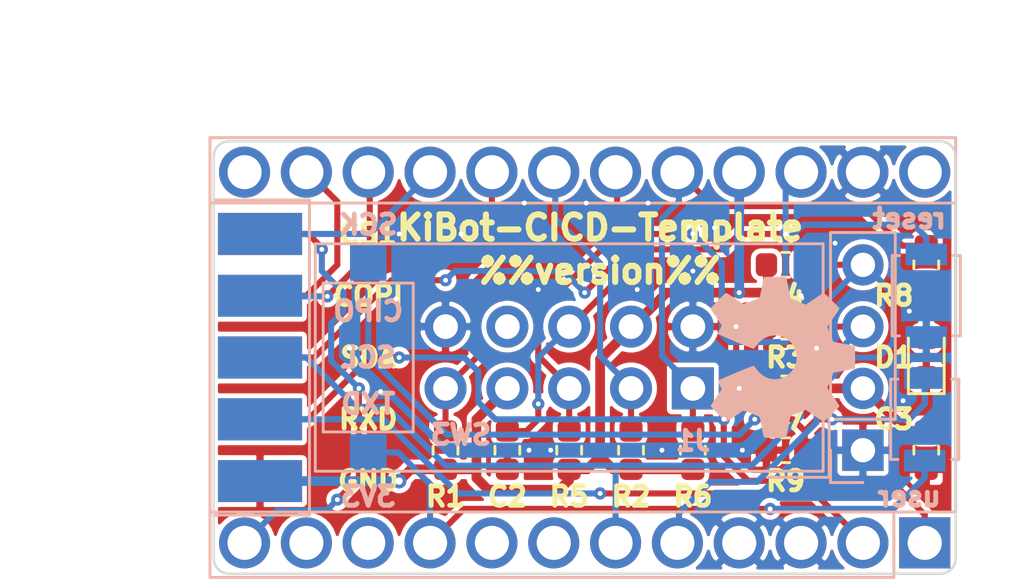
<source format=kicad_pcb>
(kicad_pcb (version 20171130) (host pcbnew 5.1.12-84ad8e8a86~92~ubuntu20.04.1)
  (title_block (title KiBot-CICD-Template) (date %%date%%) (rev %%version%%) (company nerdyscout))
  (layers (0 F.Cu mixed) (1 In1.Cu signal) (2 In2.Cu signal) (31 B.Cu mixed) (34 B.Paste user) (35 F.Paste user) (36 B.SilkS user) (37 F.SilkS user) (38 B.Mask user) (39 F.Mask user) (44 Edge.Cuts user))
  (net 0 "")
  (net 1 GND)
  (net 2 +3V3)
  (net 3 "Net-(D1-Pad2)")
  (net 4 RXD)
  (net 5 TXD)
  (net 6 COPI)
  (net 7 SDA)
  (net 8 CIPO)
  (net 9 SCL)
  (net 10 SCK)
  (net 11 TDI)
  (net 12 TDO)
  (net 13 BTN)
  (net 14 TMS)
  (net 15 TCK)
  (net 16 CS1)
  (net 17 ~RST)
  (net 18 "Net-(R9-Pad2)")
  (net 19 "Net-(A1-Pad13)")
  (net 20 "Net-(A1-Pad7)")
  (net 21 "Net-(A1-Pad8)")
  (net 22 "Net-(A1-Pad10)")
  (net 23 "Net-(A1-Pad11)")
  (net 24 +5V)
  (net 25 "Net-(J1-Pad8)")
  (module Button_Switch_SMD:SW_SPST_CK_RS282G05A3 (layer B.Cu) (at 114.3 96.52 270)
    (fp_text reference SW3 (at 3.175 -3.81 unlocked) (layer B.SilkS) (effects (font (size 0.8 0.8) (thickness 0.2)) (justify mirror)))
    (fp_text value user)
    (fp_line (start -3.06 -1.85) (end -3.06 1.85) (layer B.SilkS) (width 0.12))
    (fp_line (start 3.06 -1.85) (end -3.06 -1.85) (layer B.SilkS) (width 0.12))
    (fp_line (start 3.06 1.85) (end 3.06 -1.85) (layer B.SilkS) (width 0.12))
    (fp_line (start -3.06 1.85) (end 3.06 1.85) (layer B.SilkS) (width 0.12))
    (pad 2 smd rect (at 3.9 0 270) (size 1.5 1.5) (layers B.Cu B.Paste B.Mask) (net 13 BTN))
    (pad 1 smd rect (at -3.9 0 270) (size 1.5 1.5) (layers B.Cu B.Paste B.Mask) (net 18 "Net-(R9-Pad2)"))
  )
  (module Connector_IDC:IDC-Header_2x05_P2.54mm_Vertical (layer B.Cu) (at 127.635 97.79 90)
    (fp_text reference J1 (at -2.159 0 unlocked) (layer B.SilkS) (effects (font (size 0.8 0.8) (thickness 0.2)) (justify mirror)))
    (fp_text value AVR-JTAG-10)
    (fp_line (start -3.655 5.6) (end -1.115 5.6) (layer B.SilkS) (width 0.12))
    (fp_line (start -3.655 5.6) (end -3.655 3.06) (layer B.SilkS) (width 0.12))
    (fp_line (start -3.405 5.35) (end 5.945 5.35) (layer B.SilkS) (width 0.12))
    (fp_line (start -3.405 -15.51) (end -3.405 5.35) (layer B.SilkS) (width 0.12))
    (fp_line (start 5.945 -15.51) (end -3.405 -15.51) (layer B.SilkS) (width 0.12))
    (fp_line (start 5.945 5.35) (end 5.945 -15.51) (layer B.SilkS) (width 0.12))
    (pad 10 thru_hole oval (at 2.54 -10.16 90) (size 1.7272 1.7272) (drill 1.016) (layers *.Cu *.Mask) (net 1 GND))
    (pad 9 thru_hole oval (at 0 -10.16 90) (size 1.7272 1.7272) (drill 1.016) (layers *.Cu *.Mask) (net 11 TDI))
    (pad 8 thru_hole oval (at 2.54 -7.62 90) (size 1.7272 1.7272) (drill 1.016) (layers *.Cu *.Mask) (net 25 "Net-(J1-Pad8)"))
    (pad 7 thru_hole oval (at 0 -7.62 90) (size 1.7272 1.7272) (drill 1.016) (layers *.Cu *.Mask) (net 2 +3V3))
    (pad 6 thru_hole oval (at 2.54 -5.08 90) (size 1.7272 1.7272) (drill 1.016) (layers *.Cu *.Mask) (net 17 ~RST))
    (pad 5 thru_hole oval (at 0 -5.08 90) (size 1.7272 1.7272) (drill 1.016) (layers *.Cu *.Mask) (net 14 TMS))
    (pad 4 thru_hole oval (at 2.54 -2.54 90) (size 1.7272 1.7272) (drill 1.016) (layers *.Cu *.Mask) (net 2 +3V3))
    (pad 3 thru_hole oval (at 0 -2.54 90) (size 1.7272 1.7272) (drill 1.016) (layers *.Cu *.Mask) (net 12 TDO))
    (pad 2 thru_hole oval (at 2.54 0 90) (size 1.7272 1.7272) (drill 1.016) (layers *.Cu *.Mask) (net 1 GND))
    (pad 1 thru_hole rect (at 0 0 90) (size 1.7272 1.7272) (drill 1.016) (layers *.Cu *.Mask) (net 15 TCK))
  )
  (module Resistor_SMD:R_0603_1608Metric (layer F.Cu) (at 131.445 92.71 180)
    (fp_text reference R4 (at 0 -1.27 unlocked) (layer F.SilkS) (effects (font (size 0.8 0.8) (thickness 0.2))))
    (fp_text value 4k7 hide)
    (fp_line (start -0.162779 0.51) (end 0.162779 0.51) (layer F.SilkS) (width 0.12))
    (fp_line (start -0.162779 -0.51) (end 0.162779 -0.51) (layer F.SilkS) (width 0.12))
    (pad 2 smd roundrect (at 0.7875 0 180) (size 0.875 0.95) (layers F.Cu F.Paste F.Mask) (net 2 +3V3))
    (pad 1 smd roundrect (at -0.7875 0 180) (size 0.875 0.95) (layers F.Cu F.Paste F.Mask) (net 7 SDA))
  )
  (module Symbol:OSHW-Symbol_6.7x6mm_SilkScreen (layer B.Cu) (at 131.318 96.52 90)
    (fp_text reference LOGO1 hide)
    (fp_text value Logo_Open_Hardware_Small hide)
    (fp_poly (pts (xy 0.555814 2.531069) (xy 0.639635 2.086445) (xy 0.94892 1.958947) (xy 1.258206 1.831449) (xy 1.629246 2.083754) (xy 1.733157 2.154004) (xy 1.827087 2.216728) (xy 1.906652 2.269062) (xy 1.96747 2.308143) (xy 2.005157 2.331107) (xy 2.015421 2.336058) (xy 2.03391 2.323324) (xy 2.07342 2.288118) (xy 2.129522 2.234938) (xy 2.197787 2.168282) (xy 2.273786 2.092646) (xy 2.353092 2.012528) (xy 2.431275 1.932426) (xy 2.503907 1.856836) (xy 2.566559 1.790255) (xy 2.614803 1.737182) (xy 2.64421 1.702113) (xy 2.651241 1.690377) (xy 2.641123 1.66874) (xy 2.612759 1.621338) (xy 2.569129 1.552807) (xy 2.513218 1.467785) (xy 2.448006 1.370907) (xy 2.410219 1.31565) (xy 2.341343 1.214752) (xy 2.28014 1.123701) (xy 2.229578 1.04703) (xy 2.192628 0.989272) (xy 2.172258 0.954957) (xy 2.169197 0.947746) (xy 2.176136 0.927252) (xy 2.195051 0.879487) (xy 2.223087 0.811168) (xy 2.257391 0.729011) (xy 2.295109 0.63973) (xy 2.333387 0.550042) (xy 2.36937 0.466662) (xy 2.400206 0.396306) (xy 2.423039 0.34569) (xy 2.435017 0.321529) (xy 2.435724 0.320578) (xy 2.454531 0.315964) (xy 2.504618 0.305672) (xy 2.580793 0.290713) (xy 2.677865 0.272099) (xy 2.790643 0.250841) (xy 2.856442 0.238582) (xy 2.97695 0.215638) (xy 3.085797 0.193805) (xy 3.177476 0.174278) (xy 3.246481 0.158252) (xy 3.287304 0.146921) (xy 3.295511 0.143326) (xy 3.303548 0.118994) (xy 3.310033 0.064041) (xy 3.31497 -0.015108) (xy 3.318364 -0.112026) (xy 3.320218 -0.220287) (xy 3.320538 -0.333465) (xy 3.319327 -0.445135) (xy 3.31659 -0.548868) (xy 3.312331 -0.638241) (xy 3.306555 -0.706826) (xy 3.299267 -0.748197) (xy 3.294895 -0.75681) (xy 3.268764 -0.767133) (xy 3.213393 -0.781892) (xy 3.136107 -0.799352) (xy 3.04423 -0.81778) (xy 3.012158 -0.823741) (xy 2.857524 -0.852066) (xy 2.735375 -0.874876) (xy 2.641673 -0.89308) (xy 2.572384 -0.907583) (xy 2.523471 -0.919292) (xy 2.490897 -0.929115) (xy 2.470628 -0.937956) (xy 2.458626 -0.946724) (xy 2.456947 -0.948457) (xy 2.440184 -0.976371) (xy 2.414614 -1.030695) (xy 2.382788 -1.104777) (xy 2.34726 -1.191965) (xy 2.310583 -1.285608) (xy 2.275311 -1.379052) (xy 2.243996 -1.465647) (xy 2.219193 -1.53874) (xy 2.203454 -1.591678) (xy 2.199332 -1.617811) (xy 2.199676 -1.618726) (xy 2.213641 -1.640086) (xy 2.245322 -1.687084) (xy 2.291391 -1.754827) (xy 2.348518 -1.838423) (xy 2.413373 -1.932982) (xy 2.431843 -1.959854) (xy 2.497699 -2.057275) (xy 2.55565 -2.146163) (xy 2.602538 -2.221412) (xy 2.635207 -2.27792) (xy 2.6505 -2.310581) (xy 2.651241 -2.314593) (xy 2.638392 -2.335684) (xy 2.602888 -2.377464) (xy 2.549293 -2.435445) (xy 2.482171 -2.505135) (xy 2.406087 -2.582045) (xy 2.325604 -2.661683) (xy 2.245287 -2.739561) (xy 2.169699 -2.811186) (xy 2.103405 -2.87207) (xy 2.050969 -2.917721) (xy 2.016955 -2.94365) (xy 2.007545 -2.947883) (xy 1.985643 -2.937912) (xy 1.9408 -2.91102) (xy 1.880321 -2.871736) (xy 1.833789 -2.840117) (xy 1.749475 -2.782098) (xy 1.649626 -2.713784) (xy 1.549473 -2.645579) (xy 1.495627 -2.609075) (xy 1.313371 -2.4858) (xy 1.160381 -2.56852) (xy 1.090682 -2.604759) (xy 1.031414 -2.632926) (xy 0.991311 -2.648991) (xy 0.981103 -2.651226) (xy 0.968829 -2.634722) (xy 0.944613 -2.588082) (xy 0.910263 -2.515609) (xy 0.867588 -2.421606) (xy 0.818394 -2.310374) (xy 0.76449 -2.186215) (xy 0.707684 -2.053432) (xy 0.649782 -1.916327) (xy 0.592593 -1.779202) (xy 0.537924 -1.646358) (xy 0.487584 -1.522098) (xy 0.44338 -1.410725) (xy 0.407119 -1.316539) (xy 0.380609 -1.243844) (xy 0.365658 -1.196941) (xy 0.363254 -1.180833) (xy 0.382311 -1.160286) (xy 0.424036 -1.126933) (xy 0.479706 -1.087702) (xy 0.484378 -1.084599) (xy 0.628264 -0.969423) (xy 0.744283 -0.835053) (xy 0.83143 -0.685784) (xy 0.888699 -0.525913) (xy 0.915086 -0.359737) (xy 0.909585 -0.191552) (xy 0.87119 -0.025655) (xy 0.798895 0.133658) (xy 0.777626 0.168513) (xy 0.666996 0.309263) (xy 0.536302 0.422286) (xy 0.390064 0.506997) (xy 0.232808 0.562806) (xy 0.069057 0.589126) (xy -0.096667 0.58537) (xy -0.259838 0.55095) (xy -0.415935 0.485277) (xy -0.560433 0.387765) (xy -0.605131 0.348187) (xy -0.718888 0.224297) (xy -0.801782 0.093876) (xy -0.858644 -0.052315) (xy -0.890313 -0.197088) (xy -0.898131 -0.35986) (xy -0.872062 -0.52344) (xy -0.814755 -0.682298) (xy -0.728856 -0.830906) (xy -0.617014 -0.963735) (xy -0.481877 -1.075256) (xy -0.464117 -1.087011) (xy -0.40785 -1.125508) (xy -0.365077 -1.158863) (xy -0.344628 -1.18016) (xy -0.344331 -1.180833) (xy -0.348721 -1.203871) (xy -0.366124 -1.256157) (xy -0.394732 -1.33339) (xy -0.432735 -1.431268) (xy -0.478326 -1.545491) (xy -0.529697 -1.671758) (xy -0.585038 -1.805767) (xy -0.642542 -1.943218) (xy -0.700399 -2.079808) (xy -0.756802 -2.211237) (xy -0.809942 -2.333205) (xy -0.85801 -2.441409) (xy -0.899199 -2.531549) (xy -0.931699 -2.599323) (xy -0.953703 -2.64043) (xy -0.962564 -2.651226) (xy -0.98964 -2.642819) (xy -1.040303 -2.620272) (xy -1.105817 -2.587613) (xy -1.141841 -2.56852) (xy -1.294832 -2.4858) (xy -1.477088 -2.609075) (xy -1.570125 -2.672228) (xy -1.671985 -2.741727) (xy -1.767438 -2.807165) (xy -1.81525 -2.840117) (xy -1.882495 -2.885273) (xy -1.939436 -2.921057) (xy -1.978646 -2.942938) (xy -1.991381 -2.947563) (xy -2.009917 -2.935085) (xy -2.050941 -2.900252) (xy -2.110475 -2.846678) (xy -2.184542 -2.777983) (xy -2.269165 -2.697781) (xy -2.322685 -2.646286) (xy -2.416319 -2.554286) (xy -2.497241 -2.471999) (xy -2.562177 -2.402945) (xy -2.607858 -2.350644) (xy -2.631011 -2.318616) (xy -2.633232 -2.312116) (xy -2.622924 -2.287394) (xy -2.594439 -2.237405) (xy -2.550937 -2.167212) (xy -2.495577 -2.081875) (xy -2.43152 -1.986456) (xy -2.413303 -1.959854) (xy -2.346927 -1.863167) (xy -2.287378 -1.776117) (xy -2.237984 -1.703595) (xy -2.202075 -1.650493) (xy -2.182981 -1.621703) (xy -2.181136 -1.618726) (xy -2.183895 -1.595782) (xy -2.198538 -1.545336) (xy -2.222513 -1.474041) (xy -2.253266 -1.388547) (xy -2.288244 -1.295507) (xy -2.324893 -1.201574) (xy -2.360661 -1.113399) (xy -2.392994 -1.037634) (xy -2.419338 -0.980931) (xy -2.437142 -0.949943) (xy -2.438407 -0.948457) (xy -2.449294 -0.939601) (xy -2.467682 -0.930843) (xy -2.497606 -0.921277) (xy -2.543103 -0.909996) (xy -2.608209 -0.896093) (xy -2.696961 -0.878663) (xy -2.813393 -0.856798) (xy -2.961542 -0.829591) (xy -2.993618 -0.823741) (xy -3.088686 -0.805374) (xy -3.171565 -0.787405) (xy -3.23493 -0.771569) (xy -3.271458 -0.7596) (xy -3.276356 -0.75681) (xy -3.284427 -0.732072) (xy -3.290987 -0.67679) (xy -3.296033 -0.597389) (xy -3.299559 -0.500296) (xy -3.301561 -0.391938) (xy -3.302036 -0.27874) (xy -3.300977 -0.167128) (xy -3.298382 -0.063529) (xy -3.294246 0.025632) (xy -3.288563 0.093928) (xy -3.281331 0.134934) (xy -3.276971 0.143326) (xy -3.252698 0.151792) (xy -3.197426 0.165565) (xy -3.116662 0.18345) (xy -3.015912 0.204252) (xy -2.900683 0.226777) (xy -2.837902 0.238582) (xy -2.718787 0.260849) (xy -2.612565 0.281021) (xy -2.524427 0.298085) (xy -2.459566 0.311031) (xy -2.423174 0.318845) (xy -2.417184 0.320578) (xy -2.407061 0.34011) (xy -2.385662 0.387157) (xy -2.355839 0.454997) (xy -2.320445 0.536909) (xy -2.282332 0.626172) (xy -2.244353 0.716065) (xy -2.20936 0.799865) (xy -2.180206 0.870853) (xy -2.159743 0.922306) (xy -2.150823 0.947503) (xy -2.150657 0.948604) (xy -2.160769 0.968481) (xy -2.189117 1.014223) (xy -2.232723 1.081283) (xy -2.288606 1.165116) (xy -2.353787 1.261174) (xy -2.391679 1.31635) (xy -2.460725 1.417519) (xy -2.52205 1.50937) (xy -2.572663 1.587256) (xy -2.609571 1.646531) (xy -2.629782 1.682549) (xy -2.632701 1.690623) (xy -2.620153 1.709416) (xy -2.585463 1.749543) (xy -2.533063 1.806507) (xy -2.467384 1.875815) (xy -2.392856 1.952969) (xy -2.313913 2.033475) (xy -2.234983 2.112837) (xy -2.1605 2.18656) (xy -2.094894 2.250148) (xy -2.042596 2.299106) (xy -2.008039 2.328939) (xy -1.996478 2.336058) (xy -1.977654 2.326047) (xy -1.932631 2.297922) (xy -1.865787 2.254546) (xy -1.781499 2.198782) (xy -1.684144 2.133494) (xy -1.610707 2.083754) (xy -1.239667 1.831449) (xy -0.621095 2.086445) (xy -0.537275 2.531069) (xy -0.453454 2.975693) (xy 0.471994 2.975693) (xy 0.555814 2.531069)) (layer B.SilkS) (width 0.01))
  )
  (module Module:Sparkfun_Pro_Micro (layer B.Cu) (at 137.16 104.14 90)
    (fp_text reference A1 hide)
    (fp_text value Sparkfun_Pro_Micro)
    (fp_line (start 16.66 1.27) (end 1.27 1.27) (layer B.SilkS) (width 0.12))
    (fp_line (start 16.66 -29.36) (end 16.66 1.27) (layer B.SilkS) (width 0.12))
    (fp_line (start -1.42 -29.36) (end 16.66 -29.36) (layer B.SilkS) (width 0.12))
    (fp_line (start 1.27 1.27) (end 1.27 -29.36) (layer B.SilkS) (width 0.12))
    (fp_line (start 1.27 -1.27) (end -1.42 -1.27) (layer B.SilkS) (width 0.12))
    (fp_line (start 13.97 1.27) (end 13.97 -29.36) (layer B.SilkS) (width 0.12))
    (fp_line (start -1.42 -1.27) (end -1.42 -29.36) (layer B.SilkS) (width 0.12))
    (pad 1 thru_hole rect (at 0 0 90) (size 2.1 2.1) (drill 1.4) (layers *.Cu *.Mask) (net 4 RXD))
    (pad 2 thru_hole circle (at 0 -2.54 90) (size 2.1 2.1) (drill 1.4) (layers *.Cu *.Mask) (net 5 TXD))
    (pad 3 thru_hole circle (at 0 -5.08 90) (size 2.1 2.1) (drill 1.4) (layers *.Cu *.Mask) (net 1 GND))
    (pad 13 thru_hole circle (at 15.24 -27.94 90) (size 2.1 2.1) (drill 1.4) (layers *.Cu *.Mask) (net 19 "Net-(A1-Pad13)"))
    (pad 4 thru_hole circle (at 0 -7.62 90) (size 2.1 2.1) (drill 1.4) (layers *.Cu *.Mask) (net 1 GND))
    (pad 14 thru_hole circle (at 15.24 -25.4 90) (size 2.1 2.1) (drill 1.4) (layers *.Cu *.Mask) (net 6 COPI))
    (pad 5 thru_hole circle (at 0 -10.16 90) (size 2.1 2.1) (drill 1.4) (layers *.Cu *.Mask) (net 7 SDA))
    (pad 15 thru_hole circle (at 15.24 -22.86 90) (size 2.1 2.1) (drill 1.4) (layers *.Cu *.Mask) (net 8 CIPO))
    (pad 6 thru_hole circle (at 0 -12.7 90) (size 2.1 2.1) (drill 1.4) (layers *.Cu *.Mask) (net 9 SCL))
    (pad 16 thru_hole circle (at 15.24 -20.32 90) (size 2.1 2.1) (drill 1.4) (layers *.Cu *.Mask) (net 10 SCK))
    (pad 7 thru_hole circle (at 0 -15.24 90) (size 2.1 2.1) (drill 1.4) (layers *.Cu *.Mask) (net 20 "Net-(A1-Pad7)"))
    (pad 17 thru_hole circle (at 15.24 -17.78 90) (size 2.1 2.1) (drill 1.4) (layers *.Cu *.Mask) (net 11 TDI))
    (pad 8 thru_hole circle (at 0 -17.78 90) (size 2.1 2.1) (drill 1.4) (layers *.Cu *.Mask) (net 21 "Net-(A1-Pad8)"))
    (pad 18 thru_hole circle (at 15.24 -15.24 90) (size 2.1 2.1) (drill 1.4) (layers *.Cu *.Mask) (net 12 TDO))
    (pad 9 thru_hole circle (at 0 -20.32 90) (size 2.1 2.1) (drill 1.4) (layers *.Cu *.Mask) (net 13 BTN))
    (pad 19 thru_hole circle (at 15.24 -12.7 90) (size 2.1 2.1) (drill 1.4) (layers *.Cu *.Mask) (net 14 TMS))
    (pad 10 thru_hole circle (at 0 -22.86 90) (size 2.1 2.1) (drill 1.4) (layers *.Cu *.Mask) (net 22 "Net-(A1-Pad10)"))
    (pad 20 thru_hole circle (at 15.24 -10.16 90) (size 2.1 2.1) (drill 1.4) (layers *.Cu *.Mask) (net 15 TCK))
    (pad 11 thru_hole circle (at 0 -25.4 90) (size 2.1 2.1) (drill 1.4) (layers *.Cu *.Mask) (net 23 "Net-(A1-Pad11)"))
    (pad 21 thru_hole circle (at 15.24 -7.62 90) (size 2.1 2.1) (drill 1.4) (layers *.Cu *.Mask) (net 2 +3V3))
    (pad 12 thru_hole circle (at 0 -27.94 90) (size 2.1 2.1) (drill 1.4) (layers *.Cu *.Mask) (net 16 CS1))
    (pad 22 thru_hole circle (at 15.24 -5.08 90) (size 2.1 2.1) (drill 1.4) (layers *.Cu *.Mask) (net 17 ~RST))
    (pad 23 thru_hole circle (at 15.24 -2.54 90) (size 2.1 2.1) (drill 1.4) (layers *.Cu *.Mask) (net 1 GND))
    (pad 24 thru_hole circle (at 15.24 0 90) (size 2.1 2.1) (drill 1.4) (layers *.Cu *.Mask) (net 24 +5V))
  )
  (module Button_Switch_SMD:SW_SPST_B3U-1000P (layer B.Cu) (at 137.16 99.06 270)
    (fp_text reference SW2 hide)
    (fp_text value user (at 3.175 0.635 unlocked) (layer B.SilkS) (effects (font (size 0.8 0.8) (thickness 0.2)) (justify mirror)))
    (fp_line (start 1.65 1.4) (end 1.65 1.1) (layer B.SilkS) (width 0.12))
    (fp_line (start -1.65 1.4) (end 1.65 1.4) (layer B.SilkS) (width 0.12))
    (fp_line (start -1.65 1.1) (end -1.65 1.4) (layer B.SilkS) (width 0.12))
    (fp_line (start 1.65 -1.4) (end 1.65 -1.1) (layer B.SilkS) (width 0.12))
    (fp_line (start -1.65 -1.4) (end 1.65 -1.4) (layer B.SilkS) (width 0.12))
    (fp_line (start -1.65 -1.1) (end -1.65 -1.4) (layer B.SilkS) (width 0.12))
    (pad 2 smd rect (at 1.7 0 270) (size 0.9 1.7) (layers B.Cu B.Paste B.Mask) (net 13 BTN))
    (pad 1 smd rect (at -1.7 0 270) (size 0.9 1.7) (layers B.Cu B.Paste B.Mask) (net 18 "Net-(R9-Pad2)"))
  )
  (module Resistor_SMD:R_0603_1608Metric (layer F.Cu) (at 131.445 100.33)
    (fp_text reference R9 (at 0 1.27 unlocked) (layer F.SilkS) (effects (font (size 0.8 0.8) (thickness 0.2))))
    (fp_text value 4k7 hide)
    (fp_line (start -0.162779 0.51) (end 0.162779 0.51) (layer F.SilkS) (width 0.12))
    (fp_line (start -0.162779 -0.51) (end 0.162779 -0.51) (layer F.SilkS) (width 0.12))
    (pad 2 smd roundrect (at 0.7875 0) (size 0.875 0.95) (layers F.Cu F.Paste F.Mask) (net 18 "Net-(R9-Pad2)"))
    (pad 1 smd roundrect (at -0.7875 0) (size 0.875 0.95) (layers F.Cu F.Paste F.Mask) (net 1 GND))
  )
  (module Connector_PCBEdge:UEXT (layer B.Cu) (at 109.855 96.52)
    (fp_text reference J2 hide)
    (fp_text value UEXT_Host hide)
    (fp_line (start 2.032 6.477) (end 2.032 -6.477) (layer B.SilkS) (width 0.12))
    (fp_line (start 2.032 -6.477) (end -1.905 -6.477) (layer B.SilkS) (width 0.12))
    (fp_line (start -1.905 6.48) (end 2.032 6.48) (layer B.SilkS) (width 0.12))
    (pad 7 smd rect (at 0 -2.54) (size 3.4544 1.7272) (layers B.Cu B.Mask) (net 8 CIPO))
    (pad 8 smd rect (at 0 -2.54) (size 3.4544 1.7272) (layers F.Cu F.Mask) (net 6 COPI))
    (pad 9 smd rect (at 0 -5.08) (size 3.4544 1.7272) (layers B.Cu B.Mask) (net 10 SCK))
    (pad 10 smd rect (at 0 -5.08) (size 3.4544 1.7272) (layers F.Cu F.Mask) (net 16 CS1))
    (pad 6 smd rect (at 0 0) (size 3.4544 1.7272) (layers F.Cu F.Mask) (net 7 SDA))
    (pad 5 smd rect (at 0 0) (size 3.4544 1.7272) (layers B.Cu B.Mask) (net 9 SCL))
    (pad 4 smd rect (at 0 2.54) (size 3.4544 1.7272) (layers F.Cu F.Mask) (net 4 RXD))
    (pad 3 smd rect (at 0 2.54) (size 3.4544 1.7272) (layers B.Cu B.Mask) (net 5 TXD))
    (pad 2 smd rect (at 0 5.08) (size 3.4544 1.7272) (layers F.Cu F.Mask) (net 1 GND))
    (pad 1 smd rect (at 0 5.08) (size 3.4544 1.7272) (layers B.Cu B.Mask) (net 2 +3V3))
  )
  (module Resistor_SMD:R_0603_1608Metric (layer F.Cu) (at 137.223452 92.71 90)
    (fp_text reference R8 (at -1.27 -1.333452 unlocked) (layer F.SilkS) (effects (font (size 0.8 0.8) (thickness 0.2))))
    (fp_text value 1k hide)
    (fp_line (start -0.162779 -0.51) (end 0.162779 -0.51) (layer F.SilkS) (width 0.12))
    (fp_line (start -0.162779 0.51) (end 0.162779 0.51) (layer F.SilkS) (width 0.12))
    (pad 2 smd roundrect (at 0.7875 0 90) (size 0.875 0.95) (layers F.Cu F.Paste F.Mask) (net 15 TCK))
    (pad 1 smd roundrect (at -0.7875 0 90) (size 0.875 0.95) (layers F.Cu F.Paste F.Mask) (net 3 "Net-(D1-Pad2)"))
  )
  (module Resistor_SMD:R_0603_1608Metric (layer F.Cu) (at 131.445 97.79)
    (fp_text reference R7 (at 0 1.27 unlocked) (layer F.SilkS) (effects (font (size 0.8 0.8) (thickness 0.2))))
    (fp_text value 4k7 hide)
    (fp_line (start -0.162779 -0.51) (end 0.162779 -0.51) (layer F.SilkS) (width 0.12))
    (fp_line (start -0.162779 0.51) (end 0.162779 0.51) (layer F.SilkS) (width 0.12))
    (pad 2 smd roundrect (at 0.7875 0) (size 0.875 0.95) (layers F.Cu F.Paste F.Mask) (net 2 +3V3))
    (pad 1 smd roundrect (at -0.7875 0) (size 0.875 0.95) (layers F.Cu F.Paste F.Mask) (net 17 ~RST))
  )
  (module Resistor_SMD:R_0603_1608Metric (layer F.Cu) (at 127.635 100.33 270)
    (fp_text reference R6 (at 1.905 0 unlocked) (layer F.SilkS) (effects (font (size 0.8 0.8) (thickness 0.2))))
    (fp_text value 4k7 hide)
    (fp_line (start -0.162779 -0.51) (end 0.162779 -0.51) (layer F.SilkS) (width 0.12))
    (fp_line (start -0.162779 0.51) (end 0.162779 0.51) (layer F.SilkS) (width 0.12))
    (pad 2 smd roundrect (at 0.7875 0 270) (size 0.875 0.95) (layers F.Cu F.Paste F.Mask) (net 2 +3V3))
    (pad 1 smd roundrect (at -0.7875 0 270) (size 0.875 0.95) (layers F.Cu F.Paste F.Mask) (net 15 TCK))
  )
  (module Resistor_SMD:R_0603_1608Metric (layer F.Cu) (at 122.555 100.33 270)
    (fp_text reference R5 (at 1.905 0 unlocked) (layer F.SilkS) (effects (font (size 0.8 0.8) (thickness 0.2))))
    (fp_text value 4k7 hide)
    (fp_line (start -0.162779 -0.51) (end 0.162779 -0.51) (layer F.SilkS) (width 0.12))
    (fp_line (start -0.162779 0.51) (end 0.162779 0.51) (layer F.SilkS) (width 0.12))
    (pad 2 smd roundrect (at 0.7875 0 270) (size 0.875 0.95) (layers F.Cu F.Paste F.Mask) (net 2 +3V3))
    (pad 1 smd roundrect (at -0.7875 0 270) (size 0.875 0.95) (layers F.Cu F.Paste F.Mask) (net 14 TMS))
  )
  (module Resistor_SMD:R_0603_1608Metric (layer F.Cu) (at 131.445 95.25 180)
    (fp_text reference R3 (at 0 -1.27 unlocked) (layer F.SilkS) (effects (font (size 0.8 0.8) (thickness 0.2))))
    (fp_text value 4k7 hide)
    (fp_line (start -0.162779 -0.51) (end 0.162779 -0.51) (layer F.SilkS) (width 0.12))
    (fp_line (start -0.162779 0.51) (end 0.162779 0.51) (layer F.SilkS) (width 0.12))
    (pad 2 smd roundrect (at 0.7875 0 180) (size 0.875 0.95) (layers F.Cu F.Paste F.Mask) (net 2 +3V3))
    (pad 1 smd roundrect (at -0.7875 0 180) (size 0.875 0.95) (layers F.Cu F.Paste F.Mask) (net 9 SCL))
  )
  (module Resistor_SMD:R_0603_1608Metric (layer F.Cu) (at 125.095 100.33 270)
    (fp_text reference R2 (at 1.905 0 unlocked) (layer F.SilkS) (effects (font (size 0.8 0.8) (thickness 0.2))))
    (fp_text value 4k7 hide)
    (fp_line (start -0.162779 -0.51) (end 0.162779 -0.51) (layer F.SilkS) (width 0.12))
    (fp_line (start -0.162779 0.51) (end 0.162779 0.51) (layer F.SilkS) (width 0.12))
    (pad 2 smd roundrect (at 0.7875 0 270) (size 0.875 0.95) (layers F.Cu F.Paste F.Mask) (net 2 +3V3))
    (pad 1 smd roundrect (at -0.7875 0 270) (size 0.875 0.95) (layers F.Cu F.Paste F.Mask) (net 12 TDO))
  )
  (module Resistor_SMD:R_0603_1608Metric (layer F.Cu) (at 117.475 100.33 270)
    (fp_text reference R1 (at 1.905 0 unlocked) (layer F.SilkS) (effects (font (size 0.8 0.8) (thickness 0.2))))
    (fp_text value 4k7 hide)
    (fp_line (start -0.162779 -0.51) (end 0.162779 -0.51) (layer F.SilkS) (width 0.12))
    (fp_line (start -0.162779 0.51) (end 0.162779 0.51) (layer F.SilkS) (width 0.12))
    (pad 2 smd roundrect (at 0.7875 0 270) (size 0.875 0.95) (layers F.Cu F.Paste F.Mask) (net 2 +3V3))
    (pad 1 smd roundrect (at -0.7875 0 270) (size 0.875 0.95) (layers F.Cu F.Paste F.Mask) (net 11 TDI))
  )
  (module Capacitor_SMD:C_0603_1608Metric (layer F.Cu) (at 137.223452 100.33 270)
    (fp_text reference C3 (at -1.27 1.333452 unlocked) (layer F.SilkS) (effects (font (size 0.8 0.8) (thickness 0.2))))
    (fp_text value 100n hide)
    (fp_line (start -0.162779 -0.51) (end 0.162779 -0.51) (layer F.SilkS) (width 0.12))
    (fp_line (start -0.162779 0.51) (end 0.162779 0.51) (layer F.SilkS) (width 0.12))
    (pad 2 smd roundrect (at 0.7875 0 270) (size 0.875 0.95) (layers F.Cu F.Paste F.Mask) (net 1 GND))
    (pad 1 smd roundrect (at -0.7875 0 270) (size 0.875 0.95) (layers F.Cu F.Paste F.Mask) (net 2 +3V3))
  )
  (module Capacitor_SMD:C_0603_1608Metric (layer F.Cu) (at 120.015 100.33 270)
    (fp_text reference C2 (at 1.905 0 unlocked) (layer F.SilkS) (effects (font (size 0.8 0.8) (thickness 0.2))))
    (fp_text value 1µ hide)
    (fp_line (start -0.162779 -0.51) (end 0.162779 -0.51) (layer F.SilkS) (width 0.12))
    (fp_line (start -0.162779 0.51) (end 0.162779 0.51) (layer F.SilkS) (width 0.12))
    (pad 2 smd roundrect (at 0.7875 0 270) (size 0.875 0.95) (layers F.Cu F.Paste F.Mask) (net 1 GND))
    (pad 1 smd roundrect (at -0.7875 0 270) (size 0.875 0.95) (layers F.Cu F.Paste F.Mask) (net 17 ~RST))
  )
  (module Button_Switch_SMD:SW_SPST_B3U-1000P (layer B.Cu) (at 137.223452 93.98 90)
    (fp_text reference SW1 hide)
    (fp_text value reset (at 3.175 -0.698452 unlocked) (layer B.SilkS) (effects (font (size 0.8 0.8) (thickness 0.2)) (justify mirror)))
    (fp_line (start 1.65 1.4) (end 1.65 1.1) (layer B.SilkS) (width 0.12))
    (fp_line (start -1.65 1.4) (end 1.65 1.4) (layer B.SilkS) (width 0.12))
    (fp_line (start -1.65 1.1) (end -1.65 1.4) (layer B.SilkS) (width 0.12))
    (fp_line (start 1.65 -1.4) (end 1.65 -1.1) (layer B.SilkS) (width 0.12))
    (fp_line (start -1.65 -1.4) (end 1.65 -1.4) (layer B.SilkS) (width 0.12))
    (fp_line (start -1.65 -1.1) (end -1.65 -1.4) (layer B.SilkS) (width 0.12))
    (pad 2 smd rect (at 1.7 0 90) (size 0.9 1.7) (layers B.Cu B.Paste B.Mask) (net 17 ~RST))
    (pad 1 smd rect (at -1.7 0 90) (size 0.9 1.7) (layers B.Cu B.Paste B.Mask) (net 1 GND))
  )
  (module LED_SMD:LED_0603_1608Metric (layer F.Cu) (at 137.223452 96.52 90)
    (fp_text reference D1 (at 0 -1.333452 unlocked) (layer F.SilkS) (effects (font (size 0.8 0.8) (thickness 0.2))))
    (fp_text value LED hide)
    (fp_line (start -1.485 0.735) (end 0.8 0.735) (layer F.SilkS) (width 0.12))
    (fp_line (start -1.485 -0.735) (end -1.485 0.735) (layer F.SilkS) (width 0.12))
    (fp_line (start 0.8 -0.735) (end -1.485 -0.735) (layer F.SilkS) (width 0.12))
    (pad 2 smd roundrect (at 0.7875 0 90) (size 0.875 0.95) (layers F.Cu F.Paste F.Mask) (net 3 "Net-(D1-Pad2)"))
    (pad 1 smd roundrect (at -0.7875 0 90) (size 0.875 0.95) (layers F.Cu F.Paste F.Mask) (net 1 GND))
  )
  (module Connector_PinHeader_2.54mm:PinHeader_1x04_P2.54mm_Vertical (layer B.Cu) (at 134.62 100.33)
    (fp_text reference J3 hide)
    (fp_text value Display hide)
    (fp_line (start -1.33 -8.95) (end 1.33 -8.95) (layer B.SilkS) (width 0.12))
    (fp_line (start -1.33 -1.27) (end -1.33 -8.95) (layer B.SilkS) (width 0.12))
    (fp_line (start 1.33 -1.27) (end 1.33 -8.95) (layer B.SilkS) (width 0.12))
    (fp_line (start -1.33 -1.27) (end 1.33 -1.27) (layer B.SilkS) (width 0.12))
    (fp_line (start -1.33 0) (end -1.33 1.33) (layer B.SilkS) (width 0.12))
    (fp_line (start -1.33 1.33) (end 0 1.33) (layer B.SilkS) (width 0.12))
    (pad 4 thru_hole circle (at 0 -7.62) (size 1.7 1.7) (drill 1) (layers *.Cu *.Mask) (net 7 SDA))
    (pad 3 thru_hole circle (at 0 -5.08) (size 1.7 1.7) (drill 1) (layers *.Cu *.Mask) (net 9 SCL))
    (pad 2 thru_hole circle (at 0 -2.54) (size 1.7 1.7) (drill 1) (layers *.Cu *.Mask) (net 2 +3V3))
    (pad 1 thru_hole rect (at 0 0) (size 1.7 1.7) (drill 1) (layers *.Cu *.Mask) (net 1 GND))
  )
  (gr_text KiBot-CICD-Template (at 123.825 91.186) (layer F.SilkS) (effects (font (size 1 1) (thickness 0.25))))
  (gr_text SCK (at 114.3 91.059) (layer B.SilkS) (effects (font (size 0.8 0.8) (thickness 0.2)) (justify mirror)))
  (gr_text CIPO (at 114.3 94.615) (layer B.SilkS) (effects (font (size 0.8 0.8) (thickness 0.2)) (justify mirror)))
  (gr_text SCL (at 114.3 96.52) (layer B.SilkS) (effects (font (size 0.8 0.8) (thickness 0.2)) (justify mirror)))
  (gr_text TXD (at 114.3 98.425) (layer B.SilkS) (effects (font (size 0.8 0.8) (thickness 0.2)) (justify mirror)))
  (gr_text 3V3 (at 114.3 102.235) (layer B.SilkS) (effects (font (size 0.8 0.8) (thickness 0.2)) (justify mirror)))
  (gr_text CS1 (at 114.3 91.44) (layer F.SilkS) (effects (font (size 0.8 0.8) (thickness 0.2))))
  (gr_text COPI (at 114.3 93.98) (layer F.SilkS) (effects (font (size 0.8 0.8) (thickness 0.2))))
  (gr_text SDA (at 114.3 96.52) (layer F.SilkS) (effects (font (size 0.8 0.8) (thickness 0.2))))
  (gr_text RXD (at 114.3 99.06) (layer F.SilkS) (effects (font (size 0.8 0.8) (thickness 0.2))))
  (gr_text GND (at 114.3 101.6) (layer F.SilkS) (effects (font (size 0.8 0.8) (thickness 0.2))))
  (gr_line (start 108.585 87.63) (end 137.795 87.63) (layer Edge.Cuts) (width 0.1))
  (gr_line (start 137.795 105.41) (end 108.585 105.41) (layer Edge.Cuts) (width 0.1))
  (gr_text %%version%% (at 123.825 92.964) (layer F.SilkS) (effects (font (size 1 1) (thickness 0.25))))
  (gr_arc (start 108.585 104.775) (end 108.585 105.41) (angle 90) (layer Edge.Cuts) (width 0.1))
  (gr_arc (start 108.585 88.265) (end 107.95 88.265) (angle 90) (layer Edge.Cuts) (width 0.1))
  (gr_arc (start 137.795 88.265) (end 137.795 87.63) (angle 90) (layer Edge.Cuts) (width 0.1))
  (gr_arc (start 137.795 104.775) (end 138.43 104.775) (angle 90) (layer Edge.Cuts) (width 0.1))
  (gr_line (start 107.95 88.265) (end 107.95 104.775) (layer Edge.Cuts) (width 0.1))
  (gr_line (start 138.43 104.775) (end 138.43 88.265) (layer Edge.Cuts) (width 0.1))
  (via (at 115.57 91.44) (size 0.5) (drill 0.2) (layers F.Cu B.Cu) (net 1))
  (via (at 118.11 91.44) (size 0.5) (drill 0.2) (layers F.Cu B.Cu) (net 1))
  (via (at 120.713452 90.17) (size 0.5) (drill 0.2) (layers F.Cu B.Cu) (net 1))
  (via (at 125.793452 90.17) (size 0.5) (drill 0.2) (layers F.Cu B.Cu) (net 1))
  (via (at 123.253452 90.17) (size 0.5) (drill 0.2) (layers F.Cu B.Cu) (net 1))
  (via (at 132.08 93.98) (size 0.5) (drill 0.2) (layers F.Cu B.Cu) (net 1))
  (via (at 115.443 94.107) (size 0.5) (drill 0.2) (layers F.Cu B.Cu) (net 1))
  (via (at 129.54 97.79) (size 0.5) (drill 0.2) (layers F.Cu B.Cu) (net 1))
  (via (at 127.635 92.964) (size 0.5) (drill 0.2) (layers F.Cu B.Cu) (net 1))
  (via (at 125.349 93.726) (size 0.5) (drill 0.2) (layers F.Cu B.Cu) (net 1))
  (via (at 136.525 94.615) (size 0.5) (drill 0.2) (layers F.Cu B.Cu) (net 1))
  (via (at 128.524 91.186) (size 0.5) (drill 0.2) (layers F.Cu B.Cu) (net 1))
  (via (at 133.477 91.821) (size 0.5) (drill 0.2) (layers F.Cu B.Cu) (net 1))
  (via (at 132.715 96.139) (size 0.5) (drill 0.2) (layers F.Cu B.Cu) (net 1))
  (via (at 136.271 98.298) (size 0.5) (drill 0.2) (layers F.Cu B.Cu) (net 1))
  (via (at 129.667 100.33) (size 0.5) (drill 0.2) (layers F.Cu B.Cu) (net 1))
  (via (at 126.365 100.33) (size 0.5) (drill 0.2) (layers F.Cu B.Cu) (net 1))
  (via (at 121.793 100.33) (size 0.5) (drill 0.2) (layers F.Cu B.Cu) (net 1))
  (via (at 120.904 100.33) (size 0.5) (drill 0.2) (layers F.Cu B.Cu) (net 1))
  (via (at 114.808 97.917) (size 0.5) (drill 0.2) (layers F.Cu B.Cu) (net 1))
  (via (at 113.538 96.139) (size 0.5) (drill 0.2) (layers F.Cu B.Cu) (net 1))
  (via (at 121.285 93.726) (size 0.5) (drill 0.2) (layers F.Cu B.Cu) (net 1))
  (segment (start 130.720952 92.71) (end 130.720952 93.815048) (width 0.4) (layer F.Cu) (net 2))
  (segment (start 137.223452 99.5425) (end 136.435952 99.5425) (width 0.4) (layer F.Cu) (net 2))
  (segment (start 136.435952 99.5425) (end 135.953452 99.06) (width 0.4) (layer F.Cu) (net 2))
  (segment (start 134.683452 97.79) (end 135.953452 99.06) (width 0.4) (layer F.Cu) (net 2))
  (segment (start 130.683 93.853) (end 129.964264 93.853) (width 0.4) (layer F.Cu) (net 2))
  (segment (start 129.54 88.963452) (end 129.54 93.428736) (width 0.4) (layer B.Cu) (net 2))
  (segment (start 129.54 93.428736) (end 129.54 93.853) (width 0.4) (layer B.Cu) (net 2))
  (segment (start 130.720952 93.815048) (end 130.683 93.853) (width 0.4) (layer F.Cu) (net 2))
  (segment (start 129.964264 93.853) (end 129.54 93.853) (width 0.4) (layer F.Cu) (net 2))
  (segment (start 129.603452 88.9) (end 129.54 88.963452) (width 0.4) (layer B.Cu) (net 2))
  (via (at 129.54 93.853) (size 0.5) (drill 0.2) (layers F.Cu B.Cu) (net 2))
  (segment (start 129.115736 93.853) (end 129.54 93.853) (width 0.4) (layer F.Cu) (net 2))
  (segment (start 123.825 100.33) (end 123.825 96.583452) (width 0.4) (layer F.Cu) (net 2))
  (segment (start 123.825 96.583452) (end 126.555452 93.853) (width 0.4) (layer F.Cu) (net 2))
  (segment (start 126.555452 93.853) (end 129.115736 93.853) (width 0.4) (layer F.Cu) (net 2))
  (segment (start 130.720952 96.1135) (end 130.720952 95.25) (width 0.4) (layer F.Cu) (net 2))
  (segment (start 134.683452 97.79) (end 132.295952 97.79) (width 0.4) (layer F.Cu) (net 2))
  (segment (start 131.127452 96.52) (end 130.720952 96.1135) (width 0.4) (layer F.Cu) (net 2))
  (segment (start 132.295952 97.79) (end 132.295952 96.9265) (width 0.4) (layer F.Cu) (net 2))
  (segment (start 132.295952 96.9265) (end 131.889452 96.52) (width 0.4) (layer F.Cu) (net 2))
  (segment (start 131.889452 96.52) (end 131.127452 96.52) (width 0.4) (layer F.Cu) (net 2))
  (segment (start 130.720952 95.25) (end 130.720952 93.815048) (width 0.4) (layer F.Cu) (net 2))
  (segment (start 123.825 100.584) (end 123.825 100.33) (width 0.4) (layer F.Cu) (net 2))
  (segment (start 123.2915 101.1175) (end 123.825 100.584) (width 0.4) (layer F.Cu) (net 2))
  (segment (start 122.618452 101.1175) (end 123.2915 101.1175) (width 0.4) (layer F.Cu) (net 2))
  (segment (start 124.3585 101.1175) (end 123.825 100.584) (width 0.4) (layer F.Cu) (net 2))
  (segment (start 127.698452 101.1175) (end 124.3585 101.1175) (width 0.4) (layer F.Cu) (net 2))
  (segment (start 118.745 101.1175) (end 117.475 101.1175) (width 0.4) (layer F.Cu) (net 2))
  (segment (start 118.745 99.06) (end 118.745 101.1175) (width 0.4) (layer F.Cu) (net 2))
  (segment (start 120.015 97.79) (end 118.745 99.06) (width 0.4) (layer F.Cu) (net 2))
  (segment (start 118.745 101.473) (end 118.745 101.1175) (width 0.4) (layer F.Cu) (net 2))
  (segment (start 119.22701 101.95501) (end 118.745 101.473) (width 0.4) (layer F.Cu) (net 2))
  (segment (start 122.15499 101.95501) (end 119.22701 101.95501) (width 0.4) (layer F.Cu) (net 2))
  (segment (start 122.555 101.555) (end 122.15499 101.95501) (width 0.4) (layer F.Cu) (net 2))
  (segment (start 122.555 101.1175) (end 122.555 101.555) (width 0.4) (layer F.Cu) (net 2))
  (via (at 115.569994 101.6) (size 0.6) (drill 0.3) (layers F.Cu B.Cu) (net 2))
  (segment (start 109.855 101.6) (end 115.569994 101.6) (width 0.4) (layer B.Cu) (net 2))
  (segment (start 117.475 101.1175) (end 116.052494 101.1175) (width 0.4) (layer F.Cu) (net 2))
  (segment (start 116.052494 101.1175) (end 115.869993 101.300001) (width 0.4) (layer F.Cu) (net 2))
  (segment (start 115.869993 101.300001) (end 115.569994 101.6) (width 0.4) (layer F.Cu) (net 2))
  (segment (start 137.223452 93.4975) (end 137.223452 94.615) (width 0.25) (layer F.Cu) (net 3))
  (segment (start 137.223452 95.7325) (end 137.223452 94.615) (width 0.25) (layer F.Cu) (net 3))
  (segment (start 115.216447 96.52) (end 115.57 96.52) (width 0.25) (layer F.Cu) (net 4))
  (segment (start 109.855 99.06) (end 111.8322 99.06) (width 0.25) (layer F.Cu) (net 4))
  (segment (start 114.3722 96.52) (end 115.216447 96.52) (width 0.25) (layer F.Cu) (net 4))
  (segment (start 111.8322 99.06) (end 114.3722 96.52) (width 0.25) (layer F.Cu) (net 4))
  (via (at 115.57 96.52) (size 0.5) (drill 0.2) (layers F.Cu B.Cu) (net 4))
  (segment (start 118.826399 97.109399) (end 118.826399 98.360529) (width 0.25) (layer B.Cu) (net 4))
  (segment (start 118.237 96.52) (end 118.826399 97.109399) (width 0.25) (layer B.Cu) (net 4))
  (segment (start 115.57 96.52) (end 118.237 96.52) (width 0.25) (layer B.Cu) (net 4))
  (segment (start 128.551447 99.06) (end 128.905 99.06) (width 0.25) (layer B.Cu) (net 4))
  (segment (start 119.52587 99.06) (end 128.551447 99.06) (width 0.25) (layer B.Cu) (net 4))
  (segment (start 118.826399 98.360529) (end 119.52587 99.06) (width 0.25) (layer B.Cu) (net 4))
  (via (at 128.905 99.06) (size 0.5) (drill 0.2) (layers F.Cu B.Cu) (net 4))
  (segment (start 128.905 99.413553) (end 128.905 99.06) (width 0.25) (layer F.Cu) (net 4))
  (segment (start 128.905 100.584) (end 128.905 99.413553) (width 0.25) (layer F.Cu) (net 4))
  (segment (start 129.911988 101.590988) (end 128.905 100.584) (width 0.25) (layer F.Cu) (net 4))
  (segment (start 131.145401 101.590988) (end 129.911988 101.590988) (width 0.25) (layer F.Cu) (net 4))
  (segment (start 131.154413 101.6) (end 131.145401 101.590988) (width 0.25) (layer F.Cu) (net 4))
  (segment (start 135.778 101.6) (end 131.154413 101.6) (width 0.25) (layer F.Cu) (net 4))
  (segment (start 137.16 102.982) (end 135.778 101.6) (width 0.25) (layer F.Cu) (net 4))
  (segment (start 137.16 104.14) (end 137.16 102.982) (width 0.25) (layer F.Cu) (net 4))
  (segment (start 109.918452 99.06) (end 110.553452 99.695) (width 0.25) (layer B.Cu) (net 5))
  (segment (start 114.93218 99.06) (end 117.98018 102.108) (width 0.25) (layer B.Cu) (net 5))
  (segment (start 117.98018 102.108) (end 123.471447 102.108) (width 0.25) (layer B.Cu) (net 5))
  (segment (start 109.855 99.06) (end 114.93218 99.06) (width 0.25) (layer B.Cu) (net 5))
  (segment (start 123.471447 102.108) (end 123.825 102.108) (width 0.25) (layer B.Cu) (net 5))
  (via (at 123.825 102.108) (size 0.5) (drill 0.2) (layers F.Cu B.Cu) (net 5))
  (segment (start 132.651452 102.108) (end 123.825 102.108) (width 0.25) (layer F.Cu) (net 5))
  (segment (start 134.683452 104.14) (end 132.651452 102.108) (width 0.25) (layer F.Cu) (net 5))
  (segment (start 111.76 93.98) (end 109.918452 93.98) (width 0.25) (layer F.Cu) (net 6))
  (segment (start 113.03 92.71) (end 111.76 93.98) (width 0.25) (layer F.Cu) (net 6))
  (segment (start 111.823452 88.9) (end 113.03 90.106548) (width 0.25) (layer F.Cu) (net 6))
  (segment (start 113.03 90.106548) (end 113.03 92.71) (width 0.25) (layer F.Cu) (net 6))
  (segment (start 132.295952 92.71) (end 134.683452 92.71) (width 0.25) (layer F.Cu) (net 7))
  (via (at 127.635 91.44) (size 0.5) (drill 0.2) (layers F.Cu B.Cu) (net 7))
  (via (at 117.475 93.345) (size 0.5) (drill 0.2) (layers F.Cu B.Cu) (net 7))
  (segment (start 112.0775 96.52) (end 109.855 96.52) (width 0.25) (layer F.Cu) (net 7))
  (segment (start 117.475 93.345) (end 115.2525 93.345) (width 0.25) (layer F.Cu) (net 7))
  (segment (start 115.2525 93.345) (end 112.0775 96.52) (width 0.25) (layer F.Cu) (net 7))
  (segment (start 125.603 91.44) (end 123.439999 93.603001) (width 0.25) (layer F.Cu) (net 7))
  (segment (start 127.635 91.44) (end 125.603 91.44) (width 0.25) (layer F.Cu) (net 7))
  (via (at 123.19 93.853) (size 0.5) (drill 0.2) (layers F.Cu B.Cu) (net 7))
  (segment (start 123.439999 93.603001) (end 123.19 93.853) (width 0.25) (layer F.Cu) (net 7))
  (segment (start 122.682 93.345) (end 123.19 93.853) (width 0.25) (layer B.Cu) (net 7))
  (segment (start 122.301 92.964) (end 122.682 93.345) (width 0.25) (layer B.Cu) (net 7))
  (segment (start 117.856 92.964) (end 122.301 92.964) (width 0.25) (layer B.Cu) (net 7))
  (segment (start 117.475 93.345) (end 117.856 92.964) (width 0.25) (layer B.Cu) (net 7))
  (segment (start 127.063452 102.933548) (end 127.063452 104.14) (width 0.25) (layer B.Cu) (net 7))
  (segment (start 127.635 91.44) (end 128.823601 92.628601) (width 0.25) (layer B.Cu) (net 7))
  (segment (start 135.255 96.52) (end 134.150998 96.52) (width 0.25) (layer B.Cu) (net 7))
  (segment (start 128.365274 101.631726) (end 127.063452 102.933548) (width 0.25) (layer B.Cu) (net 7))
  (segment (start 134.150998 96.52) (end 132.715 97.955998) (width 0.25) (layer B.Cu) (net 7))
  (segment (start 131.445 95.885) (end 134.651726 92.678274) (width 0.25) (layer B.Cu) (net 7))
  (segment (start 130.270274 101.631726) (end 128.365274 101.631726) (width 0.25) (layer B.Cu) (net 7))
  (segment (start 128.823601 95.549601) (end 129.159 95.885) (width 0.25) (layer B.Cu) (net 7))
  (segment (start 128.823601 92.628601) (end 128.823601 95.549601) (width 0.25) (layer B.Cu) (net 7))
  (segment (start 132.715 97.955998) (end 132.715 99.187) (width 0.25) (layer B.Cu) (net 7))
  (segment (start 129.159 95.885) (end 131.445 95.885) (width 0.25) (layer B.Cu) (net 7))
  (segment (start 135.858453 93.885001) (end 135.858453 95.916547) (width 0.25) (layer B.Cu) (net 7))
  (segment (start 134.651726 92.678274) (end 135.858453 93.885001) (width 0.25) (layer B.Cu) (net 7))
  (segment (start 132.715 99.187) (end 130.270274 101.631726) (width 0.25) (layer B.Cu) (net 7))
  (segment (start 135.858453 95.916547) (end 135.255 96.52) (width 0.25) (layer B.Cu) (net 7))
  (segment (start 114.363452 88.9) (end 114.363452 92.265548) (width 0.25) (layer F.Cu) (net 8))
  (segment (start 109.944046 94.005594) (end 112.269853 94.005594) (width 0.25) (layer B.Cu) (net 8))
  (via (at 112.623406 94.005594) (size 0.5) (drill 0.2) (layers F.Cu B.Cu) (net 8))
  (segment (start 114.363452 92.265548) (end 112.873405 93.755595) (width 0.25) (layer F.Cu) (net 8))
  (segment (start 112.873405 93.755595) (end 112.623406 94.005594) (width 0.25) (layer F.Cu) (net 8))
  (segment (start 109.918452 93.98) (end 109.944046 94.005594) (width 0.25) (layer B.Cu) (net 8))
  (segment (start 112.269853 94.005594) (end 112.623406 94.005594) (width 0.25) (layer B.Cu) (net 8))
  (segment (start 132.295952 95.25) (end 134.683452 95.25) (width 0.25) (layer F.Cu) (net 9))
  (segment (start 124.46 104.14) (end 124.46 102.87) (width 0.25) (layer B.Cu) (net 9))
  (segment (start 124.46 102.87) (end 124.46 102.653998) (width 0.25) (layer B.Cu) (net 9))
  (segment (start 134.683452 95.25) (end 134.62 95.25) (width 0.25) (layer B.Cu) (net 9))
  (segment (start 111.76 96.52) (end 109.918452 96.52) (width 0.25) (layer B.Cu) (net 9))
  (segment (start 113.792 98.552) (end 111.76 96.52) (width 0.25) (layer B.Cu) (net 9))
  (segment (start 117.47359 100.965) (end 115.06059 98.552) (width 0.25) (layer B.Cu) (net 9))
  (segment (start 124.46 100.965) (end 117.47359 100.965) (width 0.25) (layer B.Cu) (net 9))
  (segment (start 115.06059 98.552) (end 113.792 98.552) (width 0.25) (layer B.Cu) (net 9))
  (segment (start 124.463501 100.968501) (end 124.46 100.965) (width 0.25) (layer B.Cu) (net 9))
  (segment (start 124.46 102.87) (end 124.463501 102.866499) (width 0.25) (layer B.Cu) (net 9))
  (segment (start 124.463501 102.866499) (end 124.463501 100.968501) (width 0.25) (layer B.Cu) (net 9))
  (segment (start 132.08 97.79) (end 133.223 96.647) (width 0.25) (layer B.Cu) (net 9))
  (segment (start 133.223 96.647) (end 134.62 95.25) (width 0.25) (layer B.Cu) (net 9))
  (segment (start 132.08 98.933) (end 132.08 97.79) (width 0.25) (layer B.Cu) (net 9))
  (segment (start 130.048 100.965) (end 132.08 98.933) (width 0.25) (layer B.Cu) (net 9))
  (segment (start 124.46 100.965) (end 130.048 100.965) (width 0.25) (layer B.Cu) (net 9))
  (segment (start 109.918452 91.44) (end 114.363452 91.44) (width 0.25) (layer B.Cu) (net 10))
  (segment (start 114.363452 91.44) (end 116.903452 88.9) (width 0.25) (layer B.Cu) (net 10))
  (segment (start 117.475 99.5425) (end 117.475 97.79) (width 0.25) (layer F.Cu) (net 11))
  (segment (start 119.38 92.71) (end 119.38 88.9) (width 0.25) (layer F.Cu) (net 11))
  (segment (start 118.745 93.345) (end 119.38 92.71) (width 0.25) (layer F.Cu) (net 11))
  (segment (start 117.475 97.79) (end 118.745 96.52) (width 0.25) (layer F.Cu) (net 11))
  (segment (start 118.745 96.52) (end 118.745 93.345) (width 0.25) (layer F.Cu) (net 11))
  (segment (start 125.095 99.5425) (end 125.095 97.79) (width 0.25) (layer F.Cu) (net 12))
  (segment (start 123.825 96.456548) (end 125.158452 97.79) (width 0.25) (layer B.Cu) (net 12))
  (segment (start 123.825 92.646548) (end 123.825 96.456548) (width 0.25) (layer B.Cu) (net 12))
  (segment (start 121.983452 88.9) (end 121.983452 90.805) (width 0.25) (layer B.Cu) (net 12))
  (segment (start 121.983452 90.805) (end 123.825 92.646548) (width 0.25) (layer B.Cu) (net 12))
  (via (at 130.809998 102.742998) (size 0.5) (drill 0.2) (layers F.Cu B.Cu) (net 13))
  (segment (start 131.163555 102.743002) (end 131.163551 102.742998) (width 0.25) (layer B.Cu) (net 13))
  (segment (start 118.237002 102.742998) (end 130.456445 102.742998) (width 0.25) (layer F.Cu) (net 13))
  (segment (start 135.876998 102.743002) (end 131.163555 102.743002) (width 0.25) (layer B.Cu) (net 13))
  (segment (start 116.84 104.14) (end 118.237002 102.742998) (width 0.25) (layer F.Cu) (net 13))
  (segment (start 137.16 101.46) (end 135.876998 102.743002) (width 0.25) (layer B.Cu) (net 13))
  (segment (start 131.163551 102.742998) (end 130.809998 102.742998) (width 0.25) (layer B.Cu) (net 13))
  (segment (start 137.16 100.76) (end 137.16 101.46) (width 0.25) (layer B.Cu) (net 13))
  (segment (start 130.456445 102.742998) (end 130.809998 102.742998) (width 0.25) (layer F.Cu) (net 13))
  (segment (start 115.533 100.42) (end 114.3 100.42) (width 0.25) (layer B.Cu) (net 13))
  (segment (start 116.84 101.727) (end 115.533 100.42) (width 0.25) (layer B.Cu) (net 13))
  (segment (start 116.84 104.14) (end 116.84 101.727) (width 0.25) (layer B.Cu) (net 13))
  (segment (start 122.555 99.5425) (end 122.555 97.79) (width 0.25) (layer F.Cu) (net 14))
  (segment (start 124.523452 91.440048) (end 124.523452 88.9) (width 0.25) (layer F.Cu) (net 14))
  (segment (start 121.285 94.6785) (end 124.523452 91.440048) (width 0.25) (layer F.Cu) (net 14))
  (segment (start 121.285 96.456548) (end 121.285 94.6785) (width 0.25) (layer F.Cu) (net 14))
  (segment (start 122.618452 97.79) (end 121.285 96.456548) (width 0.25) (layer F.Cu) (net 14))
  (segment (start 127.635 99.5425) (end 127.635 97.79) (width 0.25) (layer F.Cu) (net 15))
  (segment (start 134.62 90.297) (end 128.460452 90.297) (width 0.25) (layer F.Cu) (net 15))
  (segment (start 136.2455 91.9225) (end 134.62 90.297) (width 0.25) (layer F.Cu) (net 15))
  (segment (start 128.460452 90.297) (end 127.063452 88.9) (width 0.25) (layer F.Cu) (net 15))
  (segment (start 137.223452 91.9225) (end 136.2455 91.9225) (width 0.25) (layer F.Cu) (net 15))
  (segment (start 126.365 96.456548) (end 126.365 90.805) (width 0.25) (layer B.Cu) (net 15))
  (segment (start 126.365 90.805) (end 127.063452 90.106548) (width 0.25) (layer B.Cu) (net 15))
  (segment (start 127.698452 97.79) (end 126.365 96.456548) (width 0.25) (layer B.Cu) (net 15))
  (segment (start 127.063452 90.106548) (end 127.063452 88.9) (width 0.25) (layer B.Cu) (net 15))
  (via (at 112.395001 92.074999) (size 0.5) (drill 0.2) (layers F.Cu B.Cu) (net 16))
  (segment (start 111.8322 91.44) (end 112.395001 92.002801) (width 0.25) (layer F.Cu) (net 16))
  (segment (start 109.855 91.44) (end 111.8322 91.44) (width 0.25) (layer F.Cu) (net 16))
  (segment (start 112.395001 92.002801) (end 112.395001 92.074999) (width 0.25) (layer F.Cu) (net 16))
  (via (at 113.919 97.79) (size 0.5) (drill 0.2) (layers F.Cu B.Cu) (net 16))
  (segment (start 110.571399 102.788601) (end 112.095399 102.788601) (width 0.2) (layer B.Cu) (net 16))
  (segment (start 109.22 104.14) (end 110.571399 102.788601) (width 0.25) (layer B.Cu) (net 16))
  (segment (start 113.279999 102.112001) (end 113.03 102.362) (width 0.25) (layer F.Cu) (net 16))
  (segment (start 113.919 97.79) (end 113.919 101.473) (width 0.25) (layer F.Cu) (net 16))
  (via (at 113.03 102.362) (size 0.5) (drill 0.2) (layers F.Cu B.Cu) (net 16))
  (segment (start 113.919 101.473) (end 113.279999 102.112001) (width 0.25) (layer F.Cu) (net 16))
  (segment (start 112.603399 102.788601) (end 113.03 102.362) (width 0.25) (layer B.Cu) (net 16))
  (segment (start 112.095399 102.788601) (end 112.603399 102.788601) (width 0.25) (layer B.Cu) (net 16))
  (segment (start 112.395001 92.964001) (end 112.395001 92.074999) (width 0.25) (layer B.Cu) (net 16))
  (segment (start 113.284 93.853) (end 112.395001 92.964001) (width 0.25) (layer B.Cu) (net 16))
  (segment (start 113.284 94.615) (end 113.284 93.853) (width 0.25) (layer B.Cu) (net 16))
  (segment (start 112.776 95.123) (end 113.284 94.615) (width 0.25) (layer B.Cu) (net 16))
  (segment (start 112.776 96.647) (end 112.776 95.123) (width 0.25) (layer B.Cu) (net 16))
  (segment (start 113.919 97.79) (end 112.776 96.647) (width 0.25) (layer B.Cu) (net 16))
  (segment (start 131.445 91.086447) (end 131.445 91.44) (width 0.25) (layer B.Cu) (net 17))
  (segment (start 132.143452 88.9) (end 131.445 89.598452) (width 0.25) (layer B.Cu) (net 17))
  (segment (start 131.445 89.598452) (end 131.445 91.086447) (width 0.25) (layer B.Cu) (net 17))
  (via (at 131.445 91.44) (size 0.5) (drill 0.2) (layers F.Cu B.Cu) (net 17))
  (segment (start 125.793452 92.075) (end 128.905 92.075) (width 0.25) (layer F.Cu) (net 17))
  (segment (start 131.091447 91.44) (end 131.445 91.44) (width 0.25) (layer F.Cu) (net 17))
  (segment (start 122.618452 95.25) (end 125.793452 92.075) (width 0.25) (layer F.Cu) (net 17))
  (segment (start 128.905 92.075) (end 129.54 91.44) (width 0.25) (layer F.Cu) (net 17))
  (segment (start 129.54 91.44) (end 131.091447 91.44) (width 0.25) (layer F.Cu) (net 17))
  (via (at 129.413 95.25) (size 0.5) (drill 0.2) (layers F.Cu B.Cu) (net 17))
  (segment (start 130.720952 97.79) (end 129.413 96.482048) (width 0.25) (layer F.Cu) (net 17))
  (segment (start 129.413 96.482048) (end 129.413 95.603553) (width 0.25) (layer F.Cu) (net 17))
  (segment (start 131.445 91.44) (end 131.445 93.218) (width 0.25) (layer B.Cu) (net 17))
  (segment (start 129.413 95.603553) (end 129.413 95.25) (width 0.25) (layer F.Cu) (net 17))
  (segment (start 131.445 93.218) (end 129.662999 95.000001) (width 0.25) (layer B.Cu) (net 17))
  (segment (start 129.662999 95.000001) (end 129.413 95.25) (width 0.25) (layer B.Cu) (net 17))
  (segment (start 131.798553 91.44) (end 131.445 91.44) (width 0.25) (layer B.Cu) (net 17))
  (segment (start 132.179553 91.059) (end 131.798553 91.44) (width 0.25) (layer B.Cu) (net 17))
  (segment (start 136.702452 91.059) (end 132.179553 91.059) (width 0.25) (layer B.Cu) (net 17))
  (segment (start 137.223452 91.58) (end 136.702452 91.059) (width 0.25) (layer B.Cu) (net 17))
  (segment (start 137.223452 92.28) (end 137.223452 91.58) (width 0.25) (layer B.Cu) (net 17))
  (via (at 121.285 98.425) (size 0.5) (drill 0.2) (layers F.Cu B.Cu) (net 17))
  (segment (start 121.285 96.52) (end 121.285 98.425) (width 0.25) (layer B.Cu) (net 17))
  (segment (start 122.555 95.25) (end 121.285 96.52) (width 0.25) (layer B.Cu) (net 17))
  (segment (start 121.285 98.425) (end 121.285 99.06) (width 0.25) (layer F.Cu) (net 17))
  (segment (start 120.8025 99.5425) (end 120.015 99.5425) (width 0.25) (layer F.Cu) (net 17))
  (segment (start 121.285 99.06) (end 120.8025 99.5425) (width 0.25) (layer F.Cu) (net 17))
  (via (at 133.35 99.06) (size 0.5) (drill 0.2) (layers F.Cu B.Cu) (net 18))
  (segment (start 133.35 99.06) (end 132.715 99.06) (width 0.25) (layer F.Cu) (net 18))
  (segment (start 132.2325 99.5425) (end 132.2325 100.33) (width 0.25) (layer F.Cu) (net 18))
  (segment (start 132.715 99.06) (end 132.2325 99.5425) (width 0.25) (layer F.Cu) (net 18))
  (segment (start 137.16 98.425) (end 136.525 99.06) (width 0.25) (layer B.Cu) (net 18))
  (segment (start 136.525 99.06) (end 133.35 99.06) (width 0.25) (layer B.Cu) (net 18))
  (segment (start 137.16 97.36) (end 137.16 98.425) (width 0.25) (layer B.Cu) (net 18))
  (segment (start 130.528553 99.06) (end 130.175 99.06) (width 0.25) (layer F.Cu) (net 18))
  (segment (start 131.75 99.06) (end 130.528553 99.06) (width 0.25) (layer F.Cu) (net 18))
  (segment (start 132.2325 99.5425) (end 131.75 99.06) (width 0.25) (layer F.Cu) (net 18))
  (via (at 130.175 99.06) (size 0.5) (drill 0.2) (layers F.Cu B.Cu) (net 18))
  (segment (start 129.925001 99.309999) (end 130.175 99.06) (width 0.25) (layer B.Cu) (net 18))
  (segment (start 129.544001 99.690999) (end 129.925001 99.309999) (width 0.25) (layer B.Cu) (net 18))
  (segment (start 117.534499 99.690999) (end 129.544001 99.690999) (width 0.25) (layer B.Cu) (net 18))
  (segment (start 114.3 96.4565) (end 117.534499 99.690999) (width 0.25) (layer B.Cu) (net 18))
  (segment (start 114.3 92.62) (end 114.3 96.4565) (width 0.25) (layer B.Cu) (net 18))
  (zone (net 1) (net_name GND) (layer B.Cu) (connect_pads (clearance 0.125)) (min_thickness 0.125) (fill yes (arc_segments 32) (thermal_gap 0.2) (thermal_bridge_width 0.3))
    (polygon (pts (xy 107.95 87.63) (xy 107.95 105.41) (xy 138.43 105.41) (xy 138.43 87.63)))
  )
  (zone (net 1) (net_name GND) (layer F.Cu) (connect_pads (clearance 0.125)) (min_thickness 0.125) (fill yes (arc_segments 32) (thermal_gap 0.2) (thermal_bridge_width 0.3))
    (polygon (pts (xy 107.95 87.63) (xy 107.95 105.41) (xy 138.43 105.41) (xy 138.43 87.63)))
  )
)
</source>
